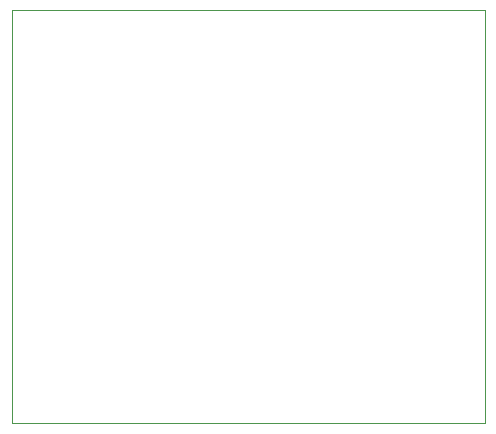
<source format=gm1>
G04 #@! TF.GenerationSoftware,KiCad,Pcbnew,(5.1.10)-1*
G04 #@! TF.CreationDate,2021-07-21T16:10:59+02:00*
G04 #@! TF.ProjectId,rs232-ttl,72733233-322d-4747-946c-2e6b69636164,rev?*
G04 #@! TF.SameCoordinates,Original*
G04 #@! TF.FileFunction,Profile,NP*
%FSLAX46Y46*%
G04 Gerber Fmt 4.6, Leading zero omitted, Abs format (unit mm)*
G04 Created by KiCad (PCBNEW (5.1.10)-1) date 2021-07-21 16:10:59*
%MOMM*%
%LPD*%
G01*
G04 APERTURE LIST*
G04 #@! TA.AperFunction,Profile*
%ADD10C,0.050000*%
G04 #@! TD*
G04 APERTURE END LIST*
D10*
X90000000Y-150000000D02*
X50000000Y-150000000D01*
X90000000Y-115000000D02*
X90000000Y-150000000D01*
X50000000Y-115000000D02*
X90000000Y-115000000D01*
X50000000Y-150000000D02*
X50000000Y-115000000D01*
M02*

</source>
